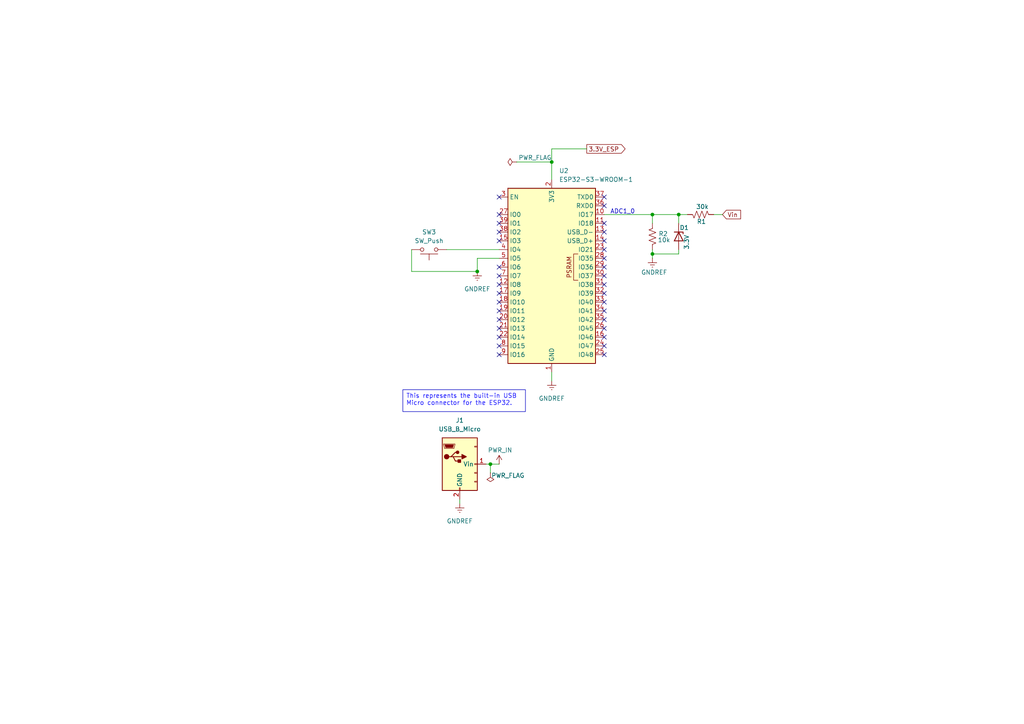
<source format=kicad_sch>
(kicad_sch (version 20250114) (generator "eeschema") (generator_version "9.0")
  (paper "A4")
  (title_block (title "ESP32_Voltmeter") (date "2025-04-14") (comment 1 "Designed by Joshua Akinmoluwa "))
  (lib_symbols
    (symbol "Connector:USB_B_Micro" (pin_names (offset 1.016))
      (property "Reference" "J1" (at 0 12.7 0))
      (property "Value" "USB_B_Micro" (at 0 10.16 0))
      (symbol "USB_B_Micro_0_1"
        (rectangle (start -5.08 7.62) (end 5.08 -7.62) (stroke (width 0.254)) (fill (type background)))
        (polyline (pts (xy -4.699 5.842) (xy -4.699 5.588) (xy -4.445 4.826) (xy -4.445 4.572) (xy -1.651 4.572) (xy -1.651 4.826) (xy -1.397 5.588) (xy -1.397 5.842) (xy -4.699 5.842)))
        (polyline (pts (xy -4.318 5.588) (xy -1.778 5.588) (xy -2.032 4.826) (xy -4.064 4.826) (xy -4.318 5.588)) (fill (type outline)))
        (circle (center -3.81 2.159) (radius 0.635) (stroke (width 0.254)) (fill (type outline)))
        (polyline (pts (xy -3.175 2.159) (xy -2.54 2.159) (xy -1.27 3.429) (xy -0.635 3.429)) (stroke (width 0.254)))
        (polyline (pts (xy -2.54 2.159) (xy -1.905 2.159) (xy -1.27 0.889) (xy 0 0.889)) (stroke (width 0.254)))
        (polyline (pts (xy -1.905 2.159) (xy 0.635 2.159)) (stroke (width 0.254)))
        (circle (center -0.635 3.429) (radius 0.381) (stroke (width 0.254)) (fill (type outline)))
        (rectangle (start -0.127 -7.62) (end 0.127 -6.858))
        (rectangle (start 0.254 1.27) (end -0.508 0.508) (stroke (width 0.254)) (fill (type outline)))
        (polyline (pts (xy 0.635 2.794) (xy 0.635 1.524) (xy 1.905 2.159) (xy 0.635 2.794)) (stroke (width 0.254)) (fill (type outline)))
        (rectangle (start 5.08 4.953) (end 4.318 5.207))
        (rectangle (start 5.08 -0.127) (end 4.318 0.127))
        (rectangle (start 5.08 -2.667) (end 4.318 -2.413))
        (rectangle (start 5.08 -5.207) (end 4.318 -4.953))
      )
      (symbol "USB_B_Micro_1_1"
        (pin power_out line (at 0 -10.16 90) (length 2.54) (name "GND") (number "2"))
        (pin bidirectional line (at 7.62 0 180) (length 2.54) (name "Vin") (number "1"))
      )
    )
    (symbol "Device:D_Zener" (pin_numbers (hide yes)) (pin_names (offset 1.016) (hide yes))
      (property "Reference" "D" (at 0 2.54 0))
      (property "Value" "D_Zener" (at 0 -2.54 0))
      (symbol "D_Zener_0_1"
        (polyline (pts (xy -1.27 -1.27) (xy -1.27 1.27) (xy -0.762 1.27)) (stroke (width 0.254)))
        (polyline (pts (xy 1.27 0) (xy -1.27 0)))
        (polyline (pts (xy 1.27 -1.27) (xy 1.27 1.27) (xy -1.27 0) (xy 1.27 -1.27)) (stroke (width 0.254)))
      )
      (symbol "D_Zener_1_1"
        (pin passive line (at -3.81 0 0) (length 2.54) (name "K") (number "1"))
        (pin passive line (at 3.81 0 180) (length 2.54) (name "A") (number "2"))
      )
    )
    (symbol "Device:R_US" (pin_numbers (hide yes)) (pin_names (offset 0))
      (property "Reference" "R" (at 2.54 0 90))
      (property "Value" "R_US" (at -2.54 0 90))
      (symbol "R_US_0_1"
        (polyline (pts (xy 0 2.286) (xy 0 2.54)))
        (polyline (pts (xy 0 2.286) (xy 1.016 1.905) (xy 0 1.524) (xy -1.016 1.143) (xy 0 0.762)))
        (polyline (pts (xy 0 0.762) (xy 1.016 0.381) (xy 0 0) (xy -1.016 -0.381) (xy 0 -0.762)))
        (polyline (pts (xy 0 -0.762) (xy 1.016 -1.143) (xy 0 -1.524) (xy -1.016 -1.905) (xy 0 -2.286)))
        (polyline (pts (xy 0 -2.286) (xy 0 -2.54)))
      )
      (symbol "R_US_1_1"
        (pin passive line (at 0 3.81 270) (length 1.27) (name "~") (number "1"))
        (pin passive line (at 0 -3.81 90) (length 1.27) (name "~") (number "2"))
      )
    )
    (symbol "RF_Module:ESP32-S3-WROOM-1"
      (property "Reference" "U" (at -12.7 26.67 0))
      (property "Value" "ESP32-S3-WROOM-1" (at 12.7 26.67 0))
      (symbol "ESP32-S3-WROOM-1_0_0"
        (rectangle (start -12.7 25.4) (end 12.7 -25.4) (stroke (width 0.254)) (fill (type background)))
        (text "PSRAM" (at 5.08 2.54 900) (effects (font (size 1.27 1.27))))
      )
      (symbol "ESP32-S3-WROOM-1_0_1"
        (polyline (pts (xy 7.62 -1.27) (xy 6.35 -1.27) (xy 6.35 6.35) (xy 7.62 6.35)))
      )
      (symbol "ESP32-S3-WROOM-1_1_1"
        (pin input line (at -15.24 22.86 0) (length 2.54) (name "EN") (number "3"))
        (pin bidirectional line (at -15.24 17.78 0) (length 2.54) (name "IO0") (number "27"))
        (pin bidirectional line (at -15.24 15.24 0) (length 2.54) (name "IO1") (number "39"))
        (pin bidirectional line (at -15.24 12.7 0) (length 2.54) (name "IO2") (number "38"))
        (pin bidirectional line (at -15.24 10.16 0) (length 2.54) (name "IO3") (number "15"))
        (pin bidirectional line (at -15.24 7.62 0) (length 2.54) (name "IO4") (number "4"))
        (pin bidirectional line (at -15.24 5.08 0) (length 2.54) (name "IO5") (number "5"))
        (pin bidirectional line (at -15.24 2.54 0) (length 2.54) (name "IO6") (number "6"))
        (pin bidirectional line (at -15.24 0 0) (length 2.54) (name "IO7") (number "7"))
        (pin bidirectional line (at -15.24 -2.54 0) (length 2.54) (name "IO8") (number "12"))
        (pin bidirectional line (at -15.24 -5.08 0) (length 2.54) (name "IO9") (number "17"))
        (pin bidirectional line (at -15.24 -7.62 0) (length 2.54) (name "IO10") (number "18"))
        (pin bidirectional line (at -15.24 -10.16 0) (length 2.54) (name "IO11") (number "19"))
        (pin bidirectional line (at -15.24 -12.7 0) (length 2.54) (name "IO12") (number "20"))
        (pin bidirectional line (at -15.24 -15.24 0) (length 2.54) (name "IO13") (number "21"))
        (pin bidirectional line (at -15.24 -17.78 0) (length 2.54) (name "IO14") (number "22"))
        (pin bidirectional line (at -15.24 -20.32 0) (length 2.54) (name "IO15") (number "8"))
        (pin bidirectional line (at -15.24 -22.86 0) (length 2.54) (name "IO16") (number "9"))
        (pin power_in line (at 0 27.94 270) (length 2.54) (name "3V3") (number "2"))
        (pin power_in line (at 0 -27.94 90) (length 2.54) (name "GND") (number "1"))
        (pin passive line (at 0 -27.94 90) (length 2.54) (hide yes) (name "GND") (number "40"))
        (pin passive line (at 0 -27.94 90) (length 2.54) (hide yes) (name "GND") (number "41"))
        (pin bidirectional line (at 15.24 22.86 180) (length 2.54) (name "TXD0") (number "37"))
        (pin bidirectional line (at 15.24 20.32 180) (length 2.54) (name "RXD0") (number "36"))
        (pin bidirectional line (at 15.24 17.78 180) (length 2.54) (name "IO17") (number "10"))
        (pin bidirectional line (at 15.24 15.24 180) (length 2.54) (name "IO18") (number "11"))
        (pin bidirectional line (at 15.24 12.7 180) (length 2.54) (name "USB_D-") (number "13"))
        (pin bidirectional line (at 15.24 10.16 180) (length 2.54) (name "USB_D+") (number "14"))
        (pin bidirectional line (at 15.24 7.62 180) (length 2.54) (name "IO21") (number "23"))
        (pin bidirectional line (at 15.24 5.08 180) (length 2.54) (name "IO35") (number "28"))
        (pin bidirectional line (at 15.24 2.54 180) (length 2.54) (name "IO36") (number "29"))
        (pin bidirectional line (at 15.24 0 180) (length 2.54) (name "IO37") (number "30"))
        (pin bidirectional line (at 15.24 -2.54 180) (length 2.54) (name "IO38") (number "31"))
        (pin bidirectional line (at 15.24 -5.08 180) (length 2.54) (name "IO39") (number "32"))
        (pin bidirectional line (at 15.24 -7.62 180) (length 2.54) (name "IO40") (number "33"))
        (pin bidirectional line (at 15.24 -10.16 180) (length 2.54) (name "IO41") (number "34"))
        (pin bidirectional line (at 15.24 -12.7 180) (length 2.54) (name "IO42") (number "35"))
        (pin bidirectional line (at 15.24 -15.24 180) (length 2.54) (name "IO45") (number "26"))
        (pin bidirectional line (at 15.24 -17.78 180) (length 2.54) (name "IO46") (number "16"))
        (pin bidirectional line (at 15.24 -20.32 180) (length 2.54) (name "IO47") (number "24"))
        (pin bidirectional line (at 15.24 -22.86 180) (length 2.54) (name "IO48") (number "25"))
      )
    )
    (symbol "Switch:SW_Push" (pin_numbers (hide yes)) (pin_names (offset 1.016) (hide yes))
      (property "Reference" "SW" (at 1.27 2.54 0))
      (property "Value" "SW_Push" (at 0 -1.524 0))
      (symbol "SW_Push_0_1"
        (circle (center -2.032 0) (radius 0.508))
        (polyline (pts (xy 0 1.27) (xy 0 3.048)))
        (circle (center 2.032 0) (radius 0.508))
        (polyline (pts (xy 2.54 1.27) (xy -2.54 1.27)))
        (pin passive line (at -5.08 0 0) (length 2.54) (name "1") (number "1"))
        (pin passive line (at 5.08 0 180) (length 2.54) (name "2") (number "2"))
      )
    )
    (symbol "power:+9V" (power) (pin_numbers (hide yes)) (pin_names (offset 0) (hide yes))
      (property "Value" "+9V" (at 0 3.556 0))
      (symbol "+9V_0_1"
        (polyline (pts (xy -0.762 1.27) (xy 0 2.54)))
        (polyline (pts (xy 0 2.54) (xy 0.762 1.27)))
        (polyline (pts (xy 0 0) (xy 0 2.54)))
      )
      (symbol "+9V_1_1"
        (pin power_in line (at 0 0 90) (length 0) (name "~") (number "1"))
      )
    )
    (symbol "power:GNDREF" (power) (pin_numbers (hide yes)) (pin_names (offset 0) (hide yes))
      (property "Value" "GNDREF" (at 0 -3.81 0))
      (symbol "GNDREF_0_1"
        (polyline (pts (xy -0.635 -1.905) (xy 0.635 -1.905)))
        (polyline (pts (xy -0.127 -2.54) (xy 0.127 -2.54)))
        (polyline (pts (xy 0 -1.27) (xy 0 0)))
        (polyline (pts (xy 1.27 -1.27) (xy -1.27 -1.27)))
      )
      (symbol "GNDREF_1_1"
        (pin power_in line (at 0 0 270) (length 0) (name "~") (number "1"))
      )
    )
    (symbol "power:PWR_FLAG" (power) (pin_numbers (hide yes)) (pin_names (offset 0) (hide yes))
      (property "Value" "PWR_FLAG" (at 0 3.81 0))
      (symbol "PWR_FLAG_0_0"
        (pin power_out line (at 0 0 90) (length 0) (name "~") (number "1"))
      )
      (symbol "PWR_FLAG_0_1"
        (polyline (pts (xy 0 0) (xy 0 1.27) (xy -1.016 1.905) (xy 0 2.54) (xy 1.016 1.905) (xy 0 1.27)))
      )
    )
  )
  (text "ADC1_0\n" (at 180.594 61.468 0) (effects (font (size 1.27 1.27))))
  (text_box "This represents the built-in USB Micro connector for the ESP32. " (at 116.84 113.03 0) (size 35.56 6.35) (margins 0.9525 0.9525 0.9525 0.9525) (effects (font (size 1.27 1.27)) (justify left top)))
  (junction (at 196.85 62.23))
  (junction (at 138.43 78.74))
  (junction (at 160.02 46.99))
  (junction (at 189.23 73.66))
  (junction (at 189.23 62.23))
  (junction (at 142.24 134.62))
  (no_connect (at 144.78 77.47))
  (no_connect (at 175.26 72.39))
  (no_connect (at 144.78 69.85))
  (no_connect (at 175.26 57.15))
  (no_connect (at 175.26 90.17))
  (no_connect (at 175.26 100.33))
  (no_connect (at 144.78 62.23))
  (no_connect (at 144.78 80.01))
  (no_connect (at 144.78 57.15))
  (no_connect (at 175.26 85.09))
  (no_connect (at 144.78 95.25))
  (no_connect (at 175.26 92.71))
  (no_connect (at 175.26 74.93))
  (no_connect (at 175.26 87.63))
  (no_connect (at 144.78 64.77))
  (no_connect (at 144.78 90.17))
  (no_connect (at 144.78 97.79))
  (no_connect (at 144.78 87.63))
  (no_connect (at 144.78 92.71))
  (no_connect (at 144.78 82.55))
  (no_connect (at 175.26 59.69))
  (no_connect (at 144.78 67.31))
  (no_connect (at 144.78 100.33))
  (no_connect (at 175.26 80.01))
  (no_connect (at 175.26 64.77))
  (no_connect (at 144.78 102.87))
  (no_connect (at 175.26 69.85))
  (no_connect (at 175.26 82.55))
  (no_connect (at 175.26 102.87))
  (no_connect (at 175.26 95.25))
  (no_connect (at 144.78 85.09))
  (no_connect (at 175.26 77.47))
  (no_connect (at 175.26 97.79))
  (no_connect (at 175.26 67.31))
  (wire (pts (xy 142.24 137.16) (xy 142.24 134.62)))
  (wire (pts (xy 196.85 62.23) (xy 199.39 62.23)))
  (wire (pts (xy 189.23 62.23) (xy 196.85 62.23)))
  (wire (pts (xy 119.38 78.74) (xy 138.43 78.74)))
  (wire (pts (xy 119.38 72.39) (xy 119.38 78.74)))
  (wire (pts (xy 138.43 74.93) (xy 144.78 74.93)))
  (wire (pts (xy 142.24 134.62) (xy 144.78 134.62)))
  (wire (pts (xy 189.23 73.66) (xy 189.23 74.93)))
  (wire (pts (xy 196.85 62.23) (xy 196.85 64.77)))
  (wire (pts (xy 149.86 46.99) (xy 160.02 46.99)))
  (wire (pts (xy 160.02 43.18) (xy 170.18 43.18)))
  (wire (pts (xy 189.23 62.23) (xy 189.23 64.77)))
  (wire (pts (xy 140.97 134.62) (xy 142.24 134.62)))
  (wire (pts (xy 189.23 73.66) (xy 196.85 73.66)))
  (wire (pts (xy 160.02 107.95) (xy 160.02 110.49)))
  (wire (pts (xy 160.02 43.18) (xy 160.02 46.99)))
  (wire (pts (xy 160.02 46.99) (xy 160.02 52.07)))
  (wire (pts (xy 133.35 144.78) (xy 133.35 146.05)))
  (wire (pts (xy 175.26 62.23) (xy 189.23 62.23)))
  (wire (pts (xy 129.54 72.39) (xy 144.78 72.39)))
  (wire (pts (xy 196.85 73.66) (xy 196.85 72.39)))
  (wire (pts (xy 209.55 62.23) (xy 207.01 62.23)))
  (wire (pts (xy 189.23 72.39) (xy 189.23 73.66)))
  (wire (pts (xy 138.43 74.93) (xy 138.43 78.74)))
  (global_label "Vin" (shape input) (at 209.55 62.23 0) (property "Intersheetrefs" "${INTERSHEET_REFS}" (effects (hide yes))))
  (global_label "3.3V_ESP" (shape output) (at 170.18 43.18 0) (property "Intersheetrefs" "${INTERSHEET_REFS}" (effects (hide yes))))
  (symbol (lib_id "power:PWR_FLAG") (at 142.24 137.16 180) (unit 1)
    (property "Reference" "#FLG01" (effects (hide yes)))
    (property "Value" "PWR_FLAG" (at 147.32 137.922 0))
    (property "Description" "Special symbol for telling ERC where power comes from" (effects (hide yes)))
  )
  (symbol (lib_id "power:GNDREF") (at 138.43 78.74 0) (mirror y) (unit 1)
    (property "Reference" "#PWR05" (effects (hide yes)))
    (property "Value" "GNDREF" (at 138.43 83.82 0))
    (property "Description" "Power symbol creates a global label with name \"GNDREF\" , reference supply ground" (effects (hide yes)))
  )
  (symbol (lib_id "Device:R_US") (at 203.2 62.23 270) (mirror x) (unit 1)
    (property "Reference" "R1" (at 203.454 64.262 90))
    (property "Value" "30k" (at 203.708 59.944 90))
    (property "Description" "Resistor, US symbol" (effects (hide yes)))
    (property "Mfr. Part No." "CF14JT30K0" (effects (hide yes)))
  )
  (symbol (lib_id "RF_Module:ESP32-S3-WROOM-1") (at 160.02 80.01 0) (unit 1)
    (property "Reference" "U2" (at 162.1633 49.53 0) (effects (justify left)))
    (property "Value" "ESP32-S3-WROOM-1" (at 162.1633 52.07 0) (effects (justify left)))
    (property "Footprint" "RF_Module:ESP32-S3-WROOM-1" (effects (hide yes)))
    (property "Datasheet" "https://www.espressif.com/sites/default/files/documentation/esp32-s3-wroom-1_wroom-1u_datasheet_en.pdf" (effects (hide yes)))
    (property "Description" "RF Module, ESP32-S3 SoC, Wi-Fi 802.11b/g/n, Bluetooth, BLE, 32-bit, 3.3V, onboard antenna, SMD" (effects (hide yes)))
  )
  (symbol (lib_id "Connector:USB_B_Micro") (at 133.35 134.62 0) (unit 1)
    (property "Reference" "J1" (at 133.35 121.92 0))
    (property "Value" "USB_B_Micro" (at 133.35 124.46 0))
    (property "Description" "USB Micro Type B connector" (effects (hide yes)))
  )
  (symbol (lib_id "power:PWR_FLAG") (at 149.86 46.99 90) (unit 1)
    (property "Reference" "#FLG02" (effects (hide yes)))
    (property "Value" "PWR_FLAG" (at 155.194 45.72 90))
    (property "Description" "Special symbol for telling ERC where power comes from" (effects (hide yes)))
  )
  (symbol (lib_id "power:GNDREF") (at 189.23 74.93 0) (mirror y) (unit 1)
    (property "Reference" "#PWR01" (effects (hide yes)))
    (property "Value" "GNDREF" (at 189.738 78.994 0))
    (property "Description" "Power symbol creates a global label with name \"GNDREF\" , reference supply ground" (effects (hide yes)))
  )
  (symbol (lib_id "Device:D_Zener") (at 196.85 68.58 270) (unit 1)
    (property "Reference" "D1" (at 197.104 66.04 90) (effects (justify left)))
    (property "Value" "3.3V" (at 199.136 68.072 0) (effects (justify left)))
    (property "Description" "Zener diode" (effects (hide yes)))
    (property "Mfr. Part" "1N4728A" (effects (hide yes)))
  )
  (symbol (lib_id "power:GNDREF") (at 160.02 110.49 0) (mirror y) (unit 1)
    (property "Reference" "#PWR02" (effects (hide yes)))
    (property "Value" "GNDREF" (at 160.02 115.57 0))
    (property "Description" "Power symbol creates a global label with name \"GNDREF\" , reference supply ground" (effects (hide yes)))
  )
  (symbol (lib_id "Device:R_US") (at 189.23 68.58 0) (mirror y) (unit 1)
    (property "Reference" "R2" (at 191.008 67.818 0) (effects (justify right)))
    (property "Value" "10k" (at 190.754 69.596 0) (effects (justify right)))
    (property "Description" "Resistor, US symbol" (effects (hide yes)))
    (property "Mfr. Part. No." "CF14JT10K0" (effects (hide yes)))
  )
  (symbol (lib_id "power:+9V") (at 144.78 134.62 0) (unit 1)
    (property "Reference" "#PWR04" (effects (hide yes)))
    (property "Value" "PWR_IN" (at 145.034 130.556 0))
    (property "Description" "Power symbol creates a global label with name \"+9V\"" (effects (hide yes)))
  )
  (symbol (lib_id "Switch:SW_Push") (at 124.46 72.39 180) (unit 1)
    (property "Reference" "SW3" (at 124.46 67.31 0))
    (property "Value" "SW_Push" (at 124.46 69.85 0))
    (property "Description" "Push button switch, generic, two pins" (effects (hide yes)))
    (property "Mfr. Part." "D6L90 F1 LFS" (effects (hide yes)))
  )
  (symbol (lib_id "power:GNDREF") (at 133.35 146.05 0) (mirror y) (unit 1)
    (property "Reference" "#PWR03" (effects (hide yes)))
    (property "Value" "GNDREF" (at 133.35 151.13 0))
    (property "Description" "Power symbol creates a global label with name \"GNDREF\" , reference supply ground" (effects (hide yes)))
  )
)
</source>
